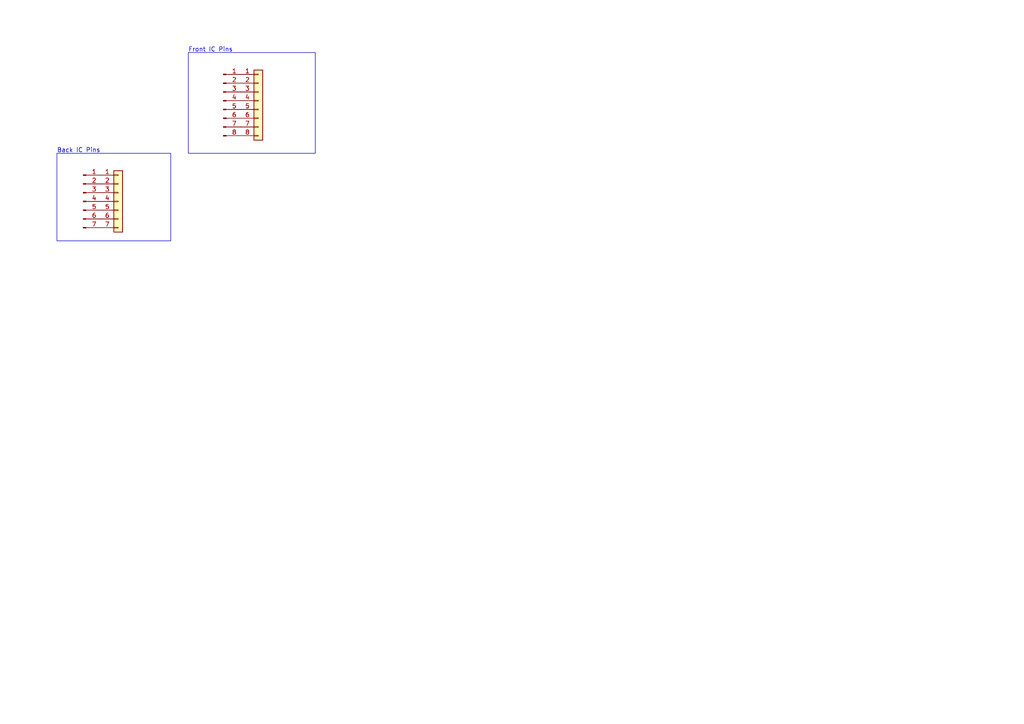
<source format=kicad_sch>
(kicad_sch (version 20230121) (generator eeschema)
  (paper "A4")
  (lib_symbols
    (symbol "Connector:Conn_01x07_Pin" (pin_names (offset 1.016) hide)
      (property "Reference" "J" (at 0 10.16 0))
      (property "Value" "Conn_01x07_Pin" (at 0 -10.16 0))
      (symbol "Conn_01x07_Pin_1_1"
        (polyline (pts (xy 1.27 -7.62) (xy 0.8636 -7.62)) (stroke (width 0.1524)))
        (polyline (pts (xy 1.27 -5.08) (xy 0.8636 -5.08)) (stroke (width 0.1524)))
        (polyline (pts (xy 1.27 -2.54) (xy 0.8636 -2.54)) (stroke (width 0.1524)))
        (polyline (pts (xy 1.27 0) (xy 0.8636 0)) (stroke (width 0.1524)))
        (polyline (pts (xy 1.27 2.54) (xy 0.8636 2.54)) (stroke (width 0.1524)))
        (polyline (pts (xy 1.27 5.08) (xy 0.8636 5.08)) (stroke (width 0.1524)))
        (polyline (pts (xy 1.27 7.62) (xy 0.8636 7.62)) (stroke (width 0.1524)))
        (rectangle (start 0.8636 -7.493) (end 0 -7.747) (stroke (width 0.1524)) (fill (type outline)))
        (rectangle (start 0.8636 -4.953) (end 0 -5.207) (stroke (width 0.1524)) (fill (type outline)))
        (rectangle (start 0.8636 -2.413) (end 0 -2.667) (stroke (width 0.1524)) (fill (type outline)))
        (rectangle (start 0.8636 0.127) (end 0 -0.127) (stroke (width 0.1524)) (fill (type outline)))
        (rectangle (start 0.8636 2.667) (end 0 2.413) (stroke (width 0.1524)) (fill (type outline)))
        (rectangle (start 0.8636 5.207) (end 0 4.953) (stroke (width 0.1524)) (fill (type outline)))
        (rectangle (start 0.8636 7.747) (end 0 7.493) (stroke (width 0.1524)) (fill (type outline)))
        (pin passive line (at 5.08 7.62 180) (length 3.81) (name "Pin_1") (number "1"))
        (pin passive line (at 5.08 5.08 180) (length 3.81) (name "Pin_2") (number "2"))
        (pin passive line (at 5.08 2.54 180) (length 3.81) (name "Pin_3") (number "3"))
        (pin passive line (at 5.08 0 180) (length 3.81) (name "Pin_4") (number "4"))
        (pin passive line (at 5.08 -2.54 180) (length 3.81) (name "Pin_5") (number "5"))
        (pin passive line (at 5.08 -5.08 180) (length 3.81) (name "Pin_6") (number "6"))
        (pin passive line (at 5.08 -7.62 180) (length 3.81) (name "Pin_7") (number "7"))
      )
    )
    (symbol "Connector:Conn_01x08_Pin" (pin_names (offset 1.016) hide)
      (property "Reference" "J" (at 0 10.16 0))
      (property "Value" "Conn_01x08_Pin" (at 0 -12.7 0))
      (symbol "Conn_01x08_Pin_1_1"
        (polyline (pts (xy 1.27 -10.16) (xy 0.8636 -10.16)) (stroke (width 0.1524)))
        (polyline (pts (xy 1.27 -7.62) (xy 0.8636 -7.62)) (stroke (width 0.1524)))
        (polyline (pts (xy 1.27 -5.08) (xy 0.8636 -5.08)) (stroke (width 0.1524)))
        (polyline (pts (xy 1.27 -2.54) (xy 0.8636 -2.54)) (stroke (width 0.1524)))
        (polyline (pts (xy 1.27 0) (xy 0.8636 0)) (stroke (width 0.1524)))
        (polyline (pts (xy 1.27 2.54) (xy 0.8636 2.54)) (stroke (width 0.1524)))
        (polyline (pts (xy 1.27 5.08) (xy 0.8636 5.08)) (stroke (width 0.1524)))
        (polyline (pts (xy 1.27 7.62) (xy 0.8636 7.62)) (stroke (width 0.1524)))
        (rectangle (start 0.8636 -10.033) (end 0 -10.287) (stroke (width 0.1524)) (fill (type outline)))
        (rectangle (start 0.8636 -7.493) (end 0 -7.747) (stroke (width 0.1524)) (fill (type outline)))
        (rectangle (start 0.8636 -4.953) (end 0 -5.207) (stroke (width 0.1524)) (fill (type outline)))
        (rectangle (start 0.8636 -2.413) (end 0 -2.667) (stroke (width 0.1524)) (fill (type outline)))
        (rectangle (start 0.8636 0.127) (end 0 -0.127) (stroke (width 0.1524)) (fill (type outline)))
        (rectangle (start 0.8636 2.667) (end 0 2.413) (stroke (width 0.1524)) (fill (type outline)))
        (rectangle (start 0.8636 5.207) (end 0 4.953) (stroke (width 0.1524)) (fill (type outline)))
        (rectangle (start 0.8636 7.747) (end 0 7.493) (stroke (width 0.1524)) (fill (type outline)))
        (pin passive line (at 5.08 7.62 180) (length 3.81) (name "Pin_1") (number "1"))
        (pin passive line (at 5.08 5.08 180) (length 3.81) (name "Pin_2") (number "2"))
        (pin passive line (at 5.08 2.54 180) (length 3.81) (name "Pin_3") (number "3"))
        (pin passive line (at 5.08 0 180) (length 3.81) (name "Pin_4") (number "4"))
        (pin passive line (at 5.08 -2.54 180) (length 3.81) (name "Pin_5") (number "5"))
        (pin passive line (at 5.08 -5.08 180) (length 3.81) (name "Pin_6") (number "6"))
        (pin passive line (at 5.08 -7.62 180) (length 3.81) (name "Pin_7") (number "7"))
        (pin passive line (at 5.08 -10.16 180) (length 3.81) (name "Pin_8") (number "8"))
      )
    )
    (symbol "Connector_Generic:Conn_01x07" (pin_names (offset 1.016) hide)
      (property "Reference" "J" (at 0 10.16 0))
      (property "Value" "Conn_01x07" (at 0 -10.16 0))
      (symbol "Conn_01x07_1_1"
        (rectangle (start -1.27 -7.493) (end 0 -7.747) (stroke (width 0.1524)))
        (rectangle (start -1.27 -4.953) (end 0 -5.207) (stroke (width 0.1524)))
        (rectangle (start -1.27 -2.413) (end 0 -2.667) (stroke (width 0.1524)))
        (rectangle (start -1.27 0.127) (end 0 -0.127) (stroke (width 0.1524)))
        (rectangle (start -1.27 2.667) (end 0 2.413) (stroke (width 0.1524)))
        (rectangle (start -1.27 5.207) (end 0 4.953) (stroke (width 0.1524)))
        (rectangle (start -1.27 7.747) (end 0 7.493) (stroke (width 0.1524)))
        (rectangle (start -1.27 8.89) (end 1.27 -8.89) (stroke (width 0.254)) (fill (type background)))
        (pin passive line (at -5.08 7.62 0) (length 3.81) (name "Pin_1") (number "1"))
        (pin passive line (at -5.08 5.08 0) (length 3.81) (name "Pin_2") (number "2"))
        (pin passive line (at -5.08 2.54 0) (length 3.81) (name "Pin_3") (number "3"))
        (pin passive line (at -5.08 0 0) (length 3.81) (name "Pin_4") (number "4"))
        (pin passive line (at -5.08 -2.54 0) (length 3.81) (name "Pin_5") (number "5"))
        (pin passive line (at -5.08 -5.08 0) (length 3.81) (name "Pin_6") (number "6"))
        (pin passive line (at -5.08 -7.62 0) (length 3.81) (name "Pin_7") (number "7"))
      )
    )
    (symbol "Connector_Generic:Conn_01x08" (pin_names (offset 1.016) hide)
      (property "Reference" "J" (at 0 10.16 0))
      (property "Value" "Conn_01x08" (at 0 -12.7 0))
      (symbol "Conn_01x08_1_1"
        (rectangle (start -1.27 -10.033) (end 0 -10.287) (stroke (width 0.1524)))
        (rectangle (start -1.27 -7.493) (end 0 -7.747) (stroke (width 0.1524)))
        (rectangle (start -1.27 -4.953) (end 0 -5.207) (stroke (width 0.1524)))
        (rectangle (start -1.27 -2.413) (end 0 -2.667) (stroke (width 0.1524)))
        (rectangle (start -1.27 0.127) (end 0 -0.127) (stroke (width 0.1524)))
        (rectangle (start -1.27 2.667) (end 0 2.413) (stroke (width 0.1524)))
        (rectangle (start -1.27 5.207) (end 0 4.953) (stroke (width 0.1524)))
        (rectangle (start -1.27 7.747) (end 0 7.493) (stroke (width 0.1524)))
        (rectangle (start -1.27 8.89) (end 1.27 -11.43) (stroke (width 0.254)) (fill (type background)))
        (pin passive line (at -5.08 7.62 0) (length 3.81) (name "Pin_1") (number "1"))
        (pin passive line (at -5.08 5.08 0) (length 3.81) (name "Pin_2") (number "2"))
        (pin passive line (at -5.08 2.54 0) (length 3.81) (name "Pin_3") (number "3"))
        (pin passive line (at -5.08 0 0) (length 3.81) (name "Pin_4") (number "4"))
        (pin passive line (at -5.08 -2.54 0) (length 3.81) (name "Pin_5") (number "5"))
        (pin passive line (at -5.08 -5.08 0) (length 3.81) (name "Pin_6") (number "6"))
        (pin passive line (at -5.08 -7.62 0) (length 3.81) (name "Pin_7") (number "7"))
        (pin passive line (at -5.08 -10.16 0) (length 3.81) (name "Pin_8") (number "8"))
      )
    )
  )
  (rectangle (start 54.61 15.24) (end 91.44 44.45))
  (rectangle (start 16.51 44.45) (end 49.53 69.85))
  (text "Back IC Pins" (at 16.51 44.45 0) (effects (font (size 1.27 1.27)) (justify left bottom)))
  (text "Front IC Pins" (at 54.61 15.24 0) (effects (font (size 1.27 1.27)) (justify left bottom)))
  (symbol (lib_id "Connector_Generic:Conn_01x07") (at 34.29 58.42 0) (unit 1)
    (property "Reference" "J4" (effects hide))
    (property "Value" "Conn_01x07" (effects hide))
    (property "Footprint" "Connector_PinSocket_2.54mm:PinSocket_1x07_P2.54mm_Vertical" (effects hide))
  )
  (symbol (lib_id "Connector:Conn_01x07_Pin") (at 24.13 58.42 0) (unit 1)
    (property "Reference" "J2" (effects hide))
    (property "Value" "Conn_01x07_Pin" (effects hide))
    (property "Footprint" "Connector_PinHeader_2.54mm:PinHeader_1x07_P2.54mm_Vertical" (effects hide))
  )
  (symbol (lib_id "Connector:Conn_01x08_Pin") (at 64.77 29.21 0) (unit 1)
    (property "Reference" "J3" (effects hide))
    (property "Value" "Conn_01x08_Pin" (effects hide))
    (property "Footprint" "Connector_PinHeader_2.54mm:PinHeader_1x08_P2.54mm_Vertical" (effects hide))
  )
  (symbol (lib_id "Connector_Generic:Conn_01x08") (at 74.93 29.21 0) (unit 1)
    (property "Reference" "J1" (effects hide))
    (property "Value" "Conn_01x08" (effects hide))
    (property "Footprint" "Connector_PinSocket_2.54mm:PinSocket_1x08_P2.54mm_Vertical" (effects hide))
  )
)
</source>
